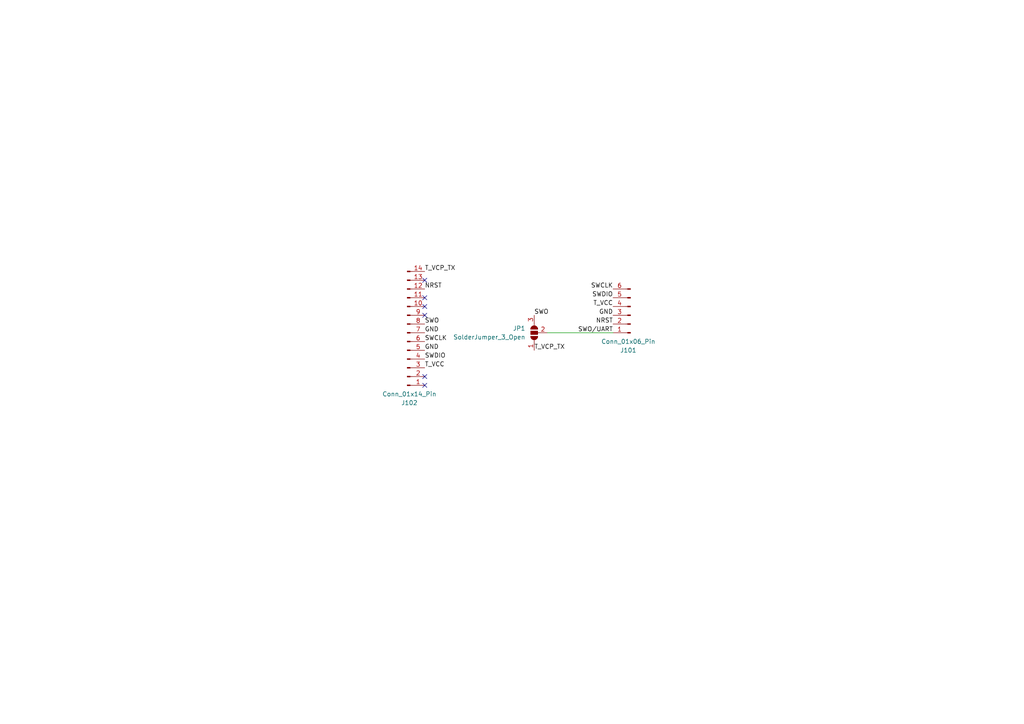
<source format=kicad_sch>
(kicad_sch (version 20250114) (generator "eeschema") (generator_version "9.0")
  (paper "A4")
  (lib_symbols
    (symbol "Connector:Conn_01x06_Pin" (pin_names (offset 1.016) (hide yes))
      (property "Reference" "J" (at 0 7.62 0))
      (property "Value" "Conn_01x06_Pin" (at 0 -10.16 0))
      (symbol "Conn_01x06_Pin_1_1"
        (rectangle (start 0.8636 5.207) (end 0 4.953) (stroke (width 0.1524)) (fill (type outline)))
        (rectangle (start 0.8636 2.667) (end 0 2.413) (stroke (width 0.1524)) (fill (type outline)))
        (rectangle (start 0.8636 0.127) (end 0 -0.127) (stroke (width 0.1524)) (fill (type outline)))
        (rectangle (start 0.8636 -2.413) (end 0 -2.667) (stroke (width 0.1524)) (fill (type outline)))
        (rectangle (start 0.8636 -4.953) (end 0 -5.207) (stroke (width 0.1524)) (fill (type outline)))
        (rectangle (start 0.8636 -7.493) (end 0 -7.747) (stroke (width 0.1524)) (fill (type outline)))
        (polyline (pts (xy 1.27 5.08) (xy 0.8636 5.08)) (stroke (width 0.1524)))
        (polyline (pts (xy 1.27 2.54) (xy 0.8636 2.54)) (stroke (width 0.1524)))
        (polyline (pts (xy 1.27 0) (xy 0.8636 0)) (stroke (width 0.1524)))
        (polyline (pts (xy 1.27 -2.54) (xy 0.8636 -2.54)) (stroke (width 0.1524)))
        (polyline (pts (xy 1.27 -5.08) (xy 0.8636 -5.08)) (stroke (width 0.1524)))
        (polyline (pts (xy 1.27 -7.62) (xy 0.8636 -7.62)) (stroke (width 0.1524)))
        (pin passive line (at 5.08 5.08 180) (length 3.81) (name "Pin_1") (number "1"))
        (pin passive line (at 5.08 2.54 180) (length 3.81) (name "Pin_2") (number "2"))
        (pin passive line (at 5.08 0 180) (length 3.81) (name "Pin_3") (number "3"))
        (pin passive line (at 5.08 -2.54 180) (length 3.81) (name "Pin_4") (number "4"))
        (pin passive line (at 5.08 -5.08 180) (length 3.81) (name "Pin_5") (number "5"))
        (pin passive line (at 5.08 -7.62 180) (length 3.81) (name "Pin_6") (number "6"))
      )
    )
    (symbol "Connector:Conn_01x14_Pin" (pin_names (offset 1.016) (hide yes))
      (property "Reference" "J" (at 0 17.78 0))
      (property "Value" "Conn_01x14_Pin" (at 0 -20.32 0))
      (symbol "Conn_01x14_Pin_1_1"
        (rectangle (start 0.8636 15.367) (end 0 15.113) (stroke (width 0.1524)) (fill (type outline)))
        (rectangle (start 0.8636 12.827) (end 0 12.573) (stroke (width 0.1524)) (fill (type outline)))
        (rectangle (start 0.8636 10.287) (end 0 10.033) (stroke (width 0.1524)) (fill (type outline)))
        (rectangle (start 0.8636 7.747) (end 0 7.493) (stroke (width 0.1524)) (fill (type outline)))
        (rectangle (start 0.8636 5.207) (end 0 4.953) (stroke (width 0.1524)) (fill (type outline)))
        (rectangle (start 0.8636 2.667) (end 0 2.413) (stroke (width 0.1524)) (fill (type outline)))
        (rectangle (start 0.8636 0.127) (end 0 -0.127) (stroke (width 0.1524)) (fill (type outline)))
        (rectangle (start 0.8636 -2.413) (end 0 -2.667) (stroke (width 0.1524)) (fill (type outline)))
        (rectangle (start 0.8636 -4.953) (end 0 -5.207) (stroke (width 0.1524)) (fill (type outline)))
        (rectangle (start 0.8636 -7.493) (end 0 -7.747) (stroke (width 0.1524)) (fill (type outline)))
        (rectangle (start 0.8636 -10.033) (end 0 -10.287) (stroke (width 0.1524)) (fill (type outline)))
        (rectangle (start 0.8636 -12.573) (end 0 -12.827) (stroke (width 0.1524)) (fill (type outline)))
        (rectangle (start 0.8636 -15.113) (end 0 -15.367) (stroke (width 0.1524)) (fill (type outline)))
        (rectangle (start 0.8636 -17.653) (end 0 -17.907) (stroke (width 0.1524)) (fill (type outline)))
        (polyline (pts (xy 1.27 15.24) (xy 0.8636 15.24)) (stroke (width 0.1524)))
        (polyline (pts (xy 1.27 12.7) (xy 0.8636 12.7)) (stroke (width 0.1524)))
        (polyline (pts (xy 1.27 10.16) (xy 0.8636 10.16)) (stroke (width 0.1524)))
        (polyline (pts (xy 1.27 7.62) (xy 0.8636 7.62)) (stroke (width 0.1524)))
        (polyline (pts (xy 1.27 5.08) (xy 0.8636 5.08)) (stroke (width 0.1524)))
        (polyline (pts (xy 1.27 2.54) (xy 0.8636 2.54)) (stroke (width 0.1524)))
        (polyline (pts (xy 1.27 0) (xy 0.8636 0)) (stroke (width 0.1524)))
        (polyline (pts (xy 1.27 -2.54) (xy 0.8636 -2.54)) (stroke (width 0.1524)))
        (polyline (pts (xy 1.27 -5.08) (xy 0.8636 -5.08)) (stroke (width 0.1524)))
        (polyline (pts (xy 1.27 -7.62) (xy 0.8636 -7.62)) (stroke (width 0.1524)))
        (polyline (pts (xy 1.27 -10.16) (xy 0.8636 -10.16)) (stroke (width 0.1524)))
        (polyline (pts (xy 1.27 -12.7) (xy 0.8636 -12.7)) (stroke (width 0.1524)))
        (polyline (pts (xy 1.27 -15.24) (xy 0.8636 -15.24)) (stroke (width 0.1524)))
        (polyline (pts (xy 1.27 -17.78) (xy 0.8636 -17.78)) (stroke (width 0.1524)))
        (pin passive line (at 5.08 15.24 180) (length 3.81) (name "Pin_1") (number "1"))
        (pin passive line (at 5.08 12.7 180) (length 3.81) (name "Pin_2") (number "2"))
        (pin passive line (at 5.08 10.16 180) (length 3.81) (name "Pin_3") (number "3"))
        (pin passive line (at 5.08 7.62 180) (length 3.81) (name "Pin_4") (number "4"))
        (pin passive line (at 5.08 5.08 180) (length 3.81) (name "Pin_5") (number "5"))
        (pin passive line (at 5.08 2.54 180) (length 3.81) (name "Pin_6") (number "6"))
        (pin passive line (at 5.08 0 180) (length 3.81) (name "Pin_7") (number "7"))
        (pin passive line (at 5.08 -2.54 180) (length 3.81) (name "Pin_8") (number "8"))
        (pin passive line (at 5.08 -5.08 180) (length 3.81) (name "Pin_9") (number "9"))
        (pin passive line (at 5.08 -7.62 180) (length 3.81) (name "Pin_10") (number "10"))
        (pin passive line (at 5.08 -10.16 180) (length 3.81) (name "Pin_11") (number "11"))
        (pin passive line (at 5.08 -12.7 180) (length 3.81) (name "Pin_12") (number "12"))
        (pin passive line (at 5.08 -15.24 180) (length 3.81) (name "Pin_13") (number "13"))
        (pin passive line (at 5.08 -17.78 180) (length 3.81) (name "Pin_14") (number "14"))
      )
    )
    (symbol "Jumper:SolderJumper_3_Open" (pin_names (offset 0) (hide yes)) (in_bom no)
      (property "Reference" "JP" (at -2.54 -2.54 0))
      (property "Value" "SolderJumper_3_Open" (at 0 2.794 0))
      (symbol "SolderJumper_3_Open_0_1"
        (polyline (pts (xy -2.54 0) (xy -2.032 0)))
        (polyline (pts (xy -1.016 1.016) (xy -1.016 -1.016)))
        (arc (start -1.016 -1.016) (mid -2.0276 0) (end -1.016 1.016))
        (arc (start -1.016 -1.016) (mid -2.0276 0) (end -1.016 1.016) (fill (type outline)))
        (rectangle (start -0.508 1.016) (end 0.508 -1.016) (fill (type outline)))
        (polyline (pts (xy 0 -1.27) (xy 0 -1.016)))
        (arc (start 1.016 1.016) (mid 2.0276 0) (end 1.016 -1.016))
        (arc (start 1.016 1.016) (mid 2.0276 0) (end 1.016 -1.016) (fill (type outline)))
        (polyline (pts (xy 1.016 1.016) (xy 1.016 -1.016)))
        (polyline (pts (xy 2.54 0) (xy 2.032 0)))
      )
      (symbol "SolderJumper_3_Open_1_1"
        (pin passive line (at -5.08 0 0) (length 2.54) (name "A") (number "1"))
        (pin passive line (at 0 -3.81 90) (length 2.54) (name "C") (number "2"))
        (pin passive line (at 5.08 0 180) (length 2.54) (name "B") (number "3"))
      )
    )
  )
  (no_connect (at 123.19 81.28))
  (no_connect (at 123.19 111.76))
  (no_connect (at 123.19 109.22))
  (no_connect (at 123.19 86.36))
  (no_connect (at 123.19 88.9))
  (no_connect (at 123.19 91.44))
  (wire (pts (xy 158.75 96.52) (xy 177.8 96.52)))
  (label "GND" (at 123.19 101.6 0))
  (label "T_VCP_TX" (at 154.94 101.6 0))
  (label "SWDIO" (at 177.8 86.36 180))
  (label "NRST" (at 177.8 93.98 180))
  (label "NRST" (at 123.19 83.82 0))
  (label "SWO" (at 123.19 93.98 0))
  (label "T_VCC" (at 177.8 88.9 180))
  (label "T_VCC" (at 123.19 106.68 0))
  (label "T_VCP_TX" (at 123.19 78.74 0))
  (label "SWO" (at 154.94 91.44 0))
  (label "SWDIO" (at 123.19 104.14 0))
  (label "SWCLK" (at 123.19 99.06 0))
  (label "SWO{slash}UART" (at 177.8 96.52 180))
  (label "SWCLK" (at 177.8 83.82 180))
  (label "GND" (at 177.8 91.44 180))
  (label "GND" (at 123.19 96.52 0))
  (symbol (lib_id "Jumper:SolderJumper_3_Open") (at 154.94 96.52 90) (unit 1) (in_bom no)
    (property "Reference" "JP1" (at 152.4 95.2499 90) (effects (justify left)))
    (property "Value" "SolderJumper_3_Open" (at 152.4 97.7899 90) (effects (justify left)))
    (property "Footprint" "Jumper:SolderJumper-3_P1.3mm_Open_RoundedPad1.0x1.5mm" (effects (hide yes)))
    (property "Description" "Solder Jumper, 3-pole, open" (effects (hide yes)))
  )
  (symbol (lib_id "Connector:Conn_01x06_Pin") (at 182.88 91.44 180) (unit 1)
    (property "Reference" "J101" (at 182.245 101.6 0))
    (property "Value" "Conn_01x06_Pin" (at 182.245 99.06 0))
    (property "Footprint" "Bluesat:IDC6" (effects (hide yes)))
    (property "Description" "Generic connector, single row, 01x06, script generated" (effects (hide yes)))
  )
  (symbol (lib_id "Connector:Conn_01x14_Pin") (at 118.11 96.52 0) (mirror x) (unit 1)
    (property "Reference" "J102" (at 118.745 116.84 0))
    (property "Value" "Conn_01x14_Pin" (at 118.745 114.3 0))
    (property "Footprint" "Bluesat:IDC14-Plug-Flipped" (effects (hide yes)))
    (property "Description" "Generic connector, single row, 01x14, script generated" (effects (hide yes)))
  )
)
</source>
